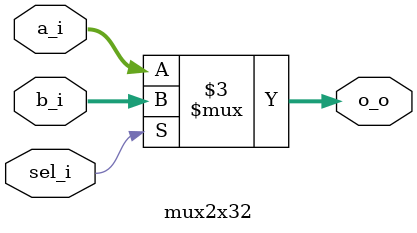
<source format=v>
module mux2x32 (
    input  wire [31:0] a_i,
    input  wire [31:0] b_i,
    input  wire        sel_i,
    output reg  [31:0] o_o
);
  //////////////////////
  // Combinational Logic
  //////////////////////
  always @(*) begin
    o_o = 32'b0;

    if (sel_i) begin
      o_o = b_i;
    end else begin
      o_o = a_i;
    end
  end

endmodule

</source>
